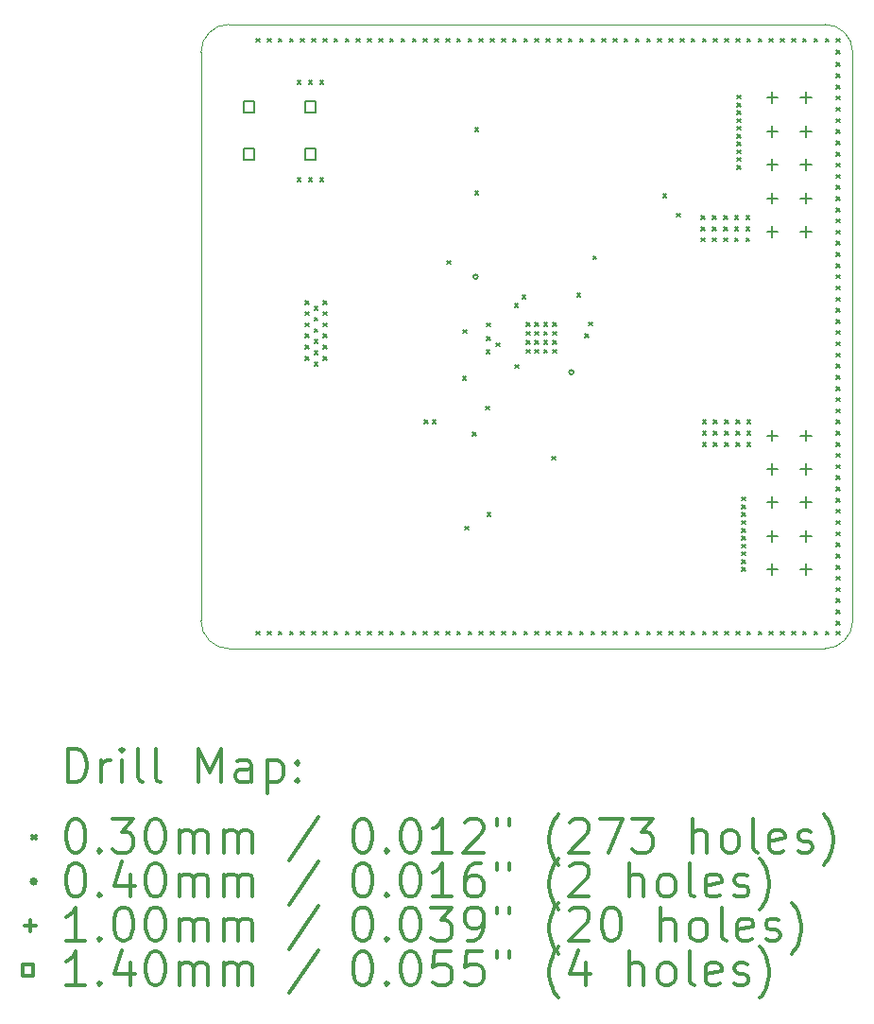
<source format=gbr>
%FSLAX45Y45*%
G04 Gerber Fmt 4.5, Leading zero omitted, Abs format (unit mm)*
G04 Created by KiCad (PCBNEW (5.1.8)-1) date 2021-10-03 21:30:49*
%MOMM*%
%LPD*%
G01*
G04 APERTURE LIST*
%TA.AperFunction,Profile*%
%ADD10C,0.050000*%
%TD*%
%ADD11C,0.200000*%
%ADD12C,0.300000*%
G04 APERTURE END LIST*
D10*
X17070000Y-11270000D02*
G75*
G02*
X16820000Y-11520000I-250000J0D01*
G01*
X16820000Y-5930000D02*
G75*
G02*
X17070000Y-6180000I0J-250000D01*
G01*
X11230000Y-6180000D02*
G75*
G02*
X11480000Y-5930000I250000J0D01*
G01*
X11480000Y-11520000D02*
G75*
G02*
X11230000Y-11270000I0J250000D01*
G01*
X11230000Y-11270000D02*
X11230000Y-6180000D01*
X16820000Y-11520000D02*
X11480000Y-11520000D01*
X17070000Y-6180000D02*
X17070000Y-11270000D01*
X11480000Y-5930000D02*
X16820000Y-5930000D01*
D11*
X11725000Y-6055000D02*
X11755000Y-6085000D01*
X11755000Y-6055000D02*
X11725000Y-6085000D01*
X11725000Y-11365000D02*
X11755000Y-11395000D01*
X11755000Y-11365000D02*
X11725000Y-11395000D01*
X11825000Y-6055000D02*
X11855000Y-6085000D01*
X11855000Y-6055000D02*
X11825000Y-6085000D01*
X11825000Y-11365000D02*
X11855000Y-11395000D01*
X11855000Y-11365000D02*
X11825000Y-11395000D01*
X11925000Y-6055000D02*
X11955000Y-6085000D01*
X11955000Y-6055000D02*
X11925000Y-6085000D01*
X11925000Y-11365000D02*
X11955000Y-11395000D01*
X11955000Y-11365000D02*
X11925000Y-11395000D01*
X12025000Y-6055000D02*
X12055000Y-6085000D01*
X12055000Y-6055000D02*
X12025000Y-6085000D01*
X12025000Y-11365000D02*
X12055000Y-11395000D01*
X12055000Y-11365000D02*
X12025000Y-11395000D01*
X12095000Y-6435000D02*
X12125000Y-6465000D01*
X12125000Y-6435000D02*
X12095000Y-6465000D01*
X12095000Y-7305000D02*
X12125000Y-7335000D01*
X12125000Y-7305000D02*
X12095000Y-7335000D01*
X12125000Y-6055000D02*
X12155000Y-6085000D01*
X12155000Y-6055000D02*
X12125000Y-6085000D01*
X12125000Y-11365000D02*
X12155000Y-11395000D01*
X12155000Y-11365000D02*
X12125000Y-11395000D01*
X12165000Y-8405000D02*
X12195000Y-8435000D01*
X12195000Y-8405000D02*
X12165000Y-8435000D01*
X12165000Y-8505000D02*
X12195000Y-8535000D01*
X12195000Y-8505000D02*
X12165000Y-8535000D01*
X12165000Y-8605000D02*
X12195000Y-8635000D01*
X12195000Y-8605000D02*
X12165000Y-8635000D01*
X12165000Y-8705000D02*
X12195000Y-8735000D01*
X12195000Y-8705000D02*
X12165000Y-8735000D01*
X12165000Y-8805000D02*
X12195000Y-8835000D01*
X12195000Y-8805000D02*
X12165000Y-8835000D01*
X12165000Y-8905000D02*
X12195000Y-8935000D01*
X12195000Y-8905000D02*
X12165000Y-8935000D01*
X12195000Y-6435000D02*
X12225000Y-6465000D01*
X12225000Y-6435000D02*
X12195000Y-6465000D01*
X12195000Y-7305000D02*
X12225000Y-7335000D01*
X12225000Y-7305000D02*
X12195000Y-7335000D01*
X12225000Y-6055000D02*
X12255000Y-6085000D01*
X12255000Y-6055000D02*
X12225000Y-6085000D01*
X12225000Y-11365000D02*
X12255000Y-11395000D01*
X12255000Y-11365000D02*
X12225000Y-11395000D01*
X12245000Y-8455000D02*
X12275000Y-8485000D01*
X12275000Y-8455000D02*
X12245000Y-8485000D01*
X12245000Y-8555000D02*
X12275000Y-8585000D01*
X12275000Y-8555000D02*
X12245000Y-8585000D01*
X12245000Y-8655000D02*
X12275000Y-8685000D01*
X12275000Y-8655000D02*
X12245000Y-8685000D01*
X12245000Y-8755000D02*
X12275000Y-8785000D01*
X12275000Y-8755000D02*
X12245000Y-8785000D01*
X12245000Y-8855000D02*
X12275000Y-8885000D01*
X12275000Y-8855000D02*
X12245000Y-8885000D01*
X12245000Y-8955000D02*
X12275000Y-8985000D01*
X12275000Y-8955000D02*
X12245000Y-8985000D01*
X12295000Y-6435000D02*
X12325000Y-6465000D01*
X12325000Y-6435000D02*
X12295000Y-6465000D01*
X12295000Y-7305000D02*
X12325000Y-7335000D01*
X12325000Y-7305000D02*
X12295000Y-7335000D01*
X12325000Y-6055000D02*
X12355000Y-6085000D01*
X12355000Y-6055000D02*
X12325000Y-6085000D01*
X12325000Y-8405000D02*
X12355000Y-8435000D01*
X12355000Y-8405000D02*
X12325000Y-8435000D01*
X12325000Y-8505000D02*
X12355000Y-8535000D01*
X12355000Y-8505000D02*
X12325000Y-8535000D01*
X12325000Y-8605000D02*
X12355000Y-8635000D01*
X12355000Y-8605000D02*
X12325000Y-8635000D01*
X12325000Y-8705000D02*
X12355000Y-8735000D01*
X12355000Y-8705000D02*
X12325000Y-8735000D01*
X12325000Y-8805000D02*
X12355000Y-8835000D01*
X12355000Y-8805000D02*
X12325000Y-8835000D01*
X12325000Y-8905000D02*
X12355000Y-8935000D01*
X12355000Y-8905000D02*
X12325000Y-8935000D01*
X12325000Y-11365000D02*
X12355000Y-11395000D01*
X12355000Y-11365000D02*
X12325000Y-11395000D01*
X12425000Y-6055000D02*
X12455000Y-6085000D01*
X12455000Y-6055000D02*
X12425000Y-6085000D01*
X12425000Y-11365000D02*
X12455000Y-11395000D01*
X12455000Y-11365000D02*
X12425000Y-11395000D01*
X12525000Y-6055000D02*
X12555000Y-6085000D01*
X12555000Y-6055000D02*
X12525000Y-6085000D01*
X12525000Y-11365000D02*
X12555000Y-11395000D01*
X12555000Y-11365000D02*
X12525000Y-11395000D01*
X12625000Y-6055000D02*
X12655000Y-6085000D01*
X12655000Y-6055000D02*
X12625000Y-6085000D01*
X12625000Y-11365000D02*
X12655000Y-11395000D01*
X12655000Y-11365000D02*
X12625000Y-11395000D01*
X12725000Y-6055000D02*
X12755000Y-6085000D01*
X12755000Y-6055000D02*
X12725000Y-6085000D01*
X12725000Y-11365000D02*
X12755000Y-11395000D01*
X12755000Y-11365000D02*
X12725000Y-11395000D01*
X12825000Y-6055000D02*
X12855000Y-6085000D01*
X12855000Y-6055000D02*
X12825000Y-6085000D01*
X12825000Y-11365000D02*
X12855000Y-11395000D01*
X12855000Y-11365000D02*
X12825000Y-11395000D01*
X12925000Y-6055000D02*
X12955000Y-6085000D01*
X12955000Y-6055000D02*
X12925000Y-6085000D01*
X12925000Y-11365000D02*
X12955000Y-11395000D01*
X12955000Y-11365000D02*
X12925000Y-11395000D01*
X13025000Y-6055000D02*
X13055000Y-6085000D01*
X13055000Y-6055000D02*
X13025000Y-6085000D01*
X13025000Y-11365000D02*
X13055000Y-11395000D01*
X13055000Y-11365000D02*
X13025000Y-11395000D01*
X13125000Y-6055000D02*
X13155000Y-6085000D01*
X13155000Y-6055000D02*
X13125000Y-6085000D01*
X13125000Y-11365000D02*
X13155000Y-11395000D01*
X13155000Y-11365000D02*
X13125000Y-11395000D01*
X13225000Y-6055000D02*
X13255000Y-6085000D01*
X13255000Y-6055000D02*
X13225000Y-6085000D01*
X13225000Y-11365000D02*
X13255000Y-11395000D01*
X13255000Y-11365000D02*
X13225000Y-11395000D01*
X13231666Y-9475000D02*
X13261666Y-9505000D01*
X13261666Y-9475000D02*
X13231666Y-9505000D01*
X13305000Y-9475000D02*
X13335000Y-9505000D01*
X13335000Y-9475000D02*
X13305000Y-9505000D01*
X13325000Y-6055000D02*
X13355000Y-6085000D01*
X13355000Y-6055000D02*
X13325000Y-6085000D01*
X13325000Y-11365000D02*
X13355000Y-11395000D01*
X13355000Y-11365000D02*
X13325000Y-11395000D01*
X13425000Y-6055000D02*
X13455000Y-6085000D01*
X13455000Y-6055000D02*
X13425000Y-6085000D01*
X13425000Y-11365000D02*
X13455000Y-11395000D01*
X13455000Y-11365000D02*
X13425000Y-11395000D01*
X13435000Y-8045000D02*
X13465000Y-8075000D01*
X13465000Y-8045000D02*
X13435000Y-8075000D01*
X13525000Y-6055000D02*
X13555000Y-6085000D01*
X13555000Y-6055000D02*
X13525000Y-6085000D01*
X13525000Y-11365000D02*
X13555000Y-11395000D01*
X13555000Y-11365000D02*
X13525000Y-11395000D01*
X13576002Y-9086001D02*
X13606002Y-9116001D01*
X13606002Y-9086001D02*
X13576002Y-9116001D01*
X13581000Y-8665000D02*
X13611000Y-8695000D01*
X13611000Y-8665000D02*
X13581000Y-8695000D01*
X13595000Y-10425000D02*
X13625000Y-10455000D01*
X13625000Y-10425000D02*
X13595000Y-10455000D01*
X13625000Y-6055000D02*
X13655000Y-6085000D01*
X13655000Y-6055000D02*
X13625000Y-6085000D01*
X13625000Y-11365000D02*
X13655000Y-11395000D01*
X13655000Y-11365000D02*
X13625000Y-11395000D01*
X13664000Y-9584000D02*
X13694000Y-9614000D01*
X13694000Y-9584000D02*
X13664000Y-9614000D01*
X13685000Y-6855000D02*
X13715000Y-6885000D01*
X13715000Y-6855000D02*
X13685000Y-6885000D01*
X13685000Y-7425000D02*
X13715000Y-7455000D01*
X13715000Y-7425000D02*
X13685000Y-7455000D01*
X13725000Y-6055000D02*
X13755000Y-6085000D01*
X13755000Y-6055000D02*
X13725000Y-6085000D01*
X13725000Y-11365000D02*
X13755000Y-11395000D01*
X13755000Y-11365000D02*
X13725000Y-11395000D01*
X13784001Y-9349999D02*
X13814001Y-9379999D01*
X13814001Y-9349999D02*
X13784001Y-9379999D01*
X13788000Y-8845000D02*
X13818000Y-8875000D01*
X13818000Y-8845000D02*
X13788000Y-8875000D01*
X13792000Y-8605000D02*
X13822000Y-8635000D01*
X13822000Y-8605000D02*
X13792000Y-8635000D01*
X13792000Y-8726000D02*
X13822000Y-8756000D01*
X13822000Y-8726000D02*
X13792000Y-8756000D01*
X13795000Y-10305000D02*
X13825000Y-10335000D01*
X13825000Y-10305000D02*
X13795000Y-10335000D01*
X13825000Y-6055000D02*
X13855000Y-6085000D01*
X13855000Y-6055000D02*
X13825000Y-6085000D01*
X13825000Y-11365000D02*
X13855000Y-11395000D01*
X13855000Y-11365000D02*
X13825000Y-11395000D01*
X13874000Y-8784000D02*
X13904000Y-8814000D01*
X13904000Y-8784000D02*
X13874000Y-8814000D01*
X13925000Y-6055000D02*
X13955000Y-6085000D01*
X13955000Y-6055000D02*
X13925000Y-6085000D01*
X13925000Y-11365000D02*
X13955000Y-11395000D01*
X13955000Y-11365000D02*
X13925000Y-11395000D01*
X14025000Y-6055000D02*
X14055000Y-6085000D01*
X14055000Y-6055000D02*
X14025000Y-6085000D01*
X14025000Y-11365000D02*
X14055000Y-11395000D01*
X14055000Y-11365000D02*
X14025000Y-11395000D01*
X14040000Y-8430000D02*
X14070000Y-8460000D01*
X14070000Y-8430000D02*
X14040000Y-8460000D01*
X14045000Y-8978000D02*
X14075000Y-9008000D01*
X14075000Y-8978000D02*
X14045000Y-9008000D01*
X14107000Y-8355000D02*
X14137000Y-8385000D01*
X14137000Y-8355000D02*
X14107000Y-8385000D01*
X14125000Y-6055000D02*
X14155000Y-6085000D01*
X14155000Y-6055000D02*
X14125000Y-6085000D01*
X14125000Y-11365000D02*
X14155000Y-11395000D01*
X14155000Y-11365000D02*
X14125000Y-11395000D01*
X14145000Y-8601000D02*
X14175000Y-8631000D01*
X14175000Y-8601000D02*
X14145000Y-8631000D01*
X14145000Y-8681000D02*
X14175000Y-8711000D01*
X14175000Y-8681000D02*
X14145000Y-8711000D01*
X14145000Y-8761000D02*
X14175000Y-8791000D01*
X14175000Y-8761000D02*
X14145000Y-8791000D01*
X14145000Y-8841000D02*
X14175000Y-8871000D01*
X14175000Y-8841000D02*
X14145000Y-8871000D01*
X14225000Y-6055000D02*
X14255000Y-6085000D01*
X14255000Y-6055000D02*
X14225000Y-6085000D01*
X14225000Y-8601000D02*
X14255000Y-8631000D01*
X14255000Y-8601000D02*
X14225000Y-8631000D01*
X14225000Y-8681000D02*
X14255000Y-8711000D01*
X14255000Y-8681000D02*
X14225000Y-8711000D01*
X14225000Y-8761000D02*
X14255000Y-8791000D01*
X14255000Y-8761000D02*
X14225000Y-8791000D01*
X14225000Y-8841000D02*
X14255000Y-8871000D01*
X14255000Y-8841000D02*
X14225000Y-8871000D01*
X14225000Y-11365000D02*
X14255000Y-11395000D01*
X14255000Y-11365000D02*
X14225000Y-11395000D01*
X14305000Y-8601000D02*
X14335000Y-8631000D01*
X14335000Y-8601000D02*
X14305000Y-8631000D01*
X14305000Y-8681000D02*
X14335000Y-8711000D01*
X14335000Y-8681000D02*
X14305000Y-8711000D01*
X14305000Y-8761000D02*
X14335000Y-8791000D01*
X14335000Y-8761000D02*
X14305000Y-8791000D01*
X14305000Y-8841000D02*
X14335000Y-8871000D01*
X14335000Y-8841000D02*
X14305000Y-8871000D01*
X14325000Y-6055000D02*
X14355000Y-6085000D01*
X14355000Y-6055000D02*
X14325000Y-6085000D01*
X14325000Y-11365000D02*
X14355000Y-11395000D01*
X14355000Y-11365000D02*
X14325000Y-11395000D01*
X14374000Y-9799000D02*
X14404000Y-9829000D01*
X14404000Y-9799000D02*
X14374000Y-9829000D01*
X14385000Y-8601000D02*
X14415000Y-8631000D01*
X14415000Y-8601000D02*
X14385000Y-8631000D01*
X14385000Y-8681000D02*
X14415000Y-8711000D01*
X14415000Y-8681000D02*
X14385000Y-8711000D01*
X14385000Y-8761000D02*
X14415000Y-8791000D01*
X14415000Y-8761000D02*
X14385000Y-8791000D01*
X14385000Y-8841000D02*
X14415000Y-8871000D01*
X14415000Y-8841000D02*
X14385000Y-8871000D01*
X14425000Y-6055000D02*
X14455000Y-6085000D01*
X14455000Y-6055000D02*
X14425000Y-6085000D01*
X14425000Y-11365000D02*
X14455000Y-11395000D01*
X14455000Y-11365000D02*
X14425000Y-11395000D01*
X14525000Y-6055000D02*
X14555000Y-6085000D01*
X14555000Y-6055000D02*
X14525000Y-6085000D01*
X14525000Y-11365000D02*
X14555000Y-11395000D01*
X14555000Y-11365000D02*
X14525000Y-11395000D01*
X14600000Y-8340000D02*
X14630000Y-8370000D01*
X14630000Y-8340000D02*
X14600000Y-8370000D01*
X14625000Y-6055000D02*
X14655000Y-6085000D01*
X14655000Y-6055000D02*
X14625000Y-6085000D01*
X14625000Y-11365000D02*
X14655000Y-11395000D01*
X14655000Y-11365000D02*
X14625000Y-11395000D01*
X14669998Y-8704999D02*
X14699998Y-8734999D01*
X14699998Y-8704999D02*
X14669998Y-8734999D01*
X14705000Y-8595000D02*
X14735000Y-8625000D01*
X14735000Y-8595000D02*
X14705000Y-8625000D01*
X14725000Y-6055000D02*
X14755000Y-6085000D01*
X14755000Y-6055000D02*
X14725000Y-6085000D01*
X14725000Y-11365000D02*
X14755000Y-11395000D01*
X14755000Y-11365000D02*
X14725000Y-11395000D01*
X14745000Y-8005000D02*
X14775000Y-8035000D01*
X14775000Y-8005000D02*
X14745000Y-8035000D01*
X14825000Y-6055000D02*
X14855000Y-6085000D01*
X14855000Y-6055000D02*
X14825000Y-6085000D01*
X14825000Y-11365000D02*
X14855000Y-11395000D01*
X14855000Y-11365000D02*
X14825000Y-11395000D01*
X14925000Y-6055000D02*
X14955000Y-6085000D01*
X14955000Y-6055000D02*
X14925000Y-6085000D01*
X14925000Y-11365000D02*
X14955000Y-11395000D01*
X14955000Y-11365000D02*
X14925000Y-11395000D01*
X15025000Y-6055000D02*
X15055000Y-6085000D01*
X15055000Y-6055000D02*
X15025000Y-6085000D01*
X15025000Y-11365000D02*
X15055000Y-11395000D01*
X15055000Y-11365000D02*
X15025000Y-11395000D01*
X15125000Y-6055000D02*
X15155000Y-6085000D01*
X15155000Y-6055000D02*
X15125000Y-6085000D01*
X15125000Y-11365000D02*
X15155000Y-11395000D01*
X15155000Y-11365000D02*
X15125000Y-11395000D01*
X15225000Y-6055000D02*
X15255000Y-6085000D01*
X15255000Y-6055000D02*
X15225000Y-6085000D01*
X15225000Y-11365000D02*
X15255000Y-11395000D01*
X15255000Y-11365000D02*
X15225000Y-11395000D01*
X15325000Y-6055000D02*
X15355000Y-6085000D01*
X15355000Y-6055000D02*
X15325000Y-6085000D01*
X15325000Y-11365000D02*
X15355000Y-11395000D01*
X15355000Y-11365000D02*
X15325000Y-11395000D01*
X15370000Y-7448000D02*
X15400000Y-7478000D01*
X15400000Y-7448000D02*
X15370000Y-7478000D01*
X15425000Y-6055000D02*
X15455000Y-6085000D01*
X15455000Y-6055000D02*
X15425000Y-6085000D01*
X15425000Y-11365000D02*
X15455000Y-11395000D01*
X15455000Y-11365000D02*
X15425000Y-11395000D01*
X15495000Y-7625000D02*
X15525000Y-7655000D01*
X15525000Y-7625000D02*
X15495000Y-7655000D01*
X15525000Y-6055000D02*
X15555000Y-6085000D01*
X15555000Y-6055000D02*
X15525000Y-6085000D01*
X15525000Y-11365000D02*
X15555000Y-11395000D01*
X15555000Y-11365000D02*
X15525000Y-11395000D01*
X15625000Y-6055000D02*
X15655000Y-6085000D01*
X15655000Y-6055000D02*
X15625000Y-6085000D01*
X15625000Y-11365000D02*
X15655000Y-11395000D01*
X15655000Y-11365000D02*
X15625000Y-11395000D01*
X15715000Y-7645000D02*
X15745000Y-7675000D01*
X15745000Y-7645000D02*
X15715000Y-7675000D01*
X15715000Y-7745000D02*
X15745000Y-7775000D01*
X15745000Y-7745000D02*
X15715000Y-7775000D01*
X15715000Y-7845000D02*
X15745000Y-7875000D01*
X15745000Y-7845000D02*
X15715000Y-7875000D01*
X15725000Y-6055000D02*
X15755000Y-6085000D01*
X15755000Y-6055000D02*
X15725000Y-6085000D01*
X15725000Y-9475000D02*
X15755000Y-9505000D01*
X15755000Y-9475000D02*
X15725000Y-9505000D01*
X15725000Y-9575000D02*
X15755000Y-9605000D01*
X15755000Y-9575000D02*
X15725000Y-9605000D01*
X15725000Y-9675000D02*
X15755000Y-9705000D01*
X15755000Y-9675000D02*
X15725000Y-9705000D01*
X15725000Y-11365000D02*
X15755000Y-11395000D01*
X15755000Y-11365000D02*
X15725000Y-11395000D01*
X15815000Y-7645000D02*
X15845000Y-7675000D01*
X15845000Y-7645000D02*
X15815000Y-7675000D01*
X15815000Y-7745000D02*
X15845000Y-7775000D01*
X15845000Y-7745000D02*
X15815000Y-7775000D01*
X15815000Y-7845000D02*
X15845000Y-7875000D01*
X15845000Y-7845000D02*
X15815000Y-7875000D01*
X15825000Y-6055000D02*
X15855000Y-6085000D01*
X15855000Y-6055000D02*
X15825000Y-6085000D01*
X15825000Y-9475000D02*
X15855000Y-9505000D01*
X15855000Y-9475000D02*
X15825000Y-9505000D01*
X15825000Y-9575000D02*
X15855000Y-9605000D01*
X15855000Y-9575000D02*
X15825000Y-9605000D01*
X15825000Y-9675000D02*
X15855000Y-9705000D01*
X15855000Y-9675000D02*
X15825000Y-9705000D01*
X15825000Y-11365000D02*
X15855000Y-11395000D01*
X15855000Y-11365000D02*
X15825000Y-11395000D01*
X15915000Y-7645000D02*
X15945000Y-7675000D01*
X15945000Y-7645000D02*
X15915000Y-7675000D01*
X15915000Y-7745000D02*
X15945000Y-7775000D01*
X15945000Y-7745000D02*
X15915000Y-7775000D01*
X15915000Y-7845000D02*
X15945000Y-7875000D01*
X15945000Y-7845000D02*
X15915000Y-7875000D01*
X15925000Y-6055000D02*
X15955000Y-6085000D01*
X15955000Y-6055000D02*
X15925000Y-6085000D01*
X15925000Y-9475000D02*
X15955000Y-9505000D01*
X15955000Y-9475000D02*
X15925000Y-9505000D01*
X15925000Y-9575000D02*
X15955000Y-9605000D01*
X15955000Y-9575000D02*
X15925000Y-9605000D01*
X15925000Y-9675000D02*
X15955000Y-9705000D01*
X15955000Y-9675000D02*
X15925000Y-9705000D01*
X15925000Y-11365000D02*
X15955000Y-11395000D01*
X15955000Y-11365000D02*
X15925000Y-11395000D01*
X16015000Y-7645000D02*
X16045000Y-7675000D01*
X16045000Y-7645000D02*
X16015000Y-7675000D01*
X16015000Y-7745000D02*
X16045000Y-7775000D01*
X16045000Y-7745000D02*
X16015000Y-7775000D01*
X16015000Y-7845000D02*
X16045000Y-7875000D01*
X16045000Y-7845000D02*
X16015000Y-7875000D01*
X16025000Y-6055000D02*
X16055000Y-6085000D01*
X16055000Y-6055000D02*
X16025000Y-6085000D01*
X16025000Y-9475000D02*
X16055000Y-9505000D01*
X16055000Y-9475000D02*
X16025000Y-9505000D01*
X16025000Y-9575000D02*
X16055000Y-9605000D01*
X16055000Y-9575000D02*
X16025000Y-9605000D01*
X16025000Y-9675000D02*
X16055000Y-9705000D01*
X16055000Y-9675000D02*
X16025000Y-9705000D01*
X16025000Y-11365000D02*
X16055000Y-11395000D01*
X16055000Y-11365000D02*
X16025000Y-11395000D01*
X16035000Y-6565000D02*
X16065000Y-6595000D01*
X16065000Y-6565000D02*
X16035000Y-6595000D01*
X16035000Y-6635000D02*
X16065000Y-6665000D01*
X16065000Y-6635000D02*
X16035000Y-6665000D01*
X16035000Y-6705000D02*
X16065000Y-6735000D01*
X16065000Y-6705000D02*
X16035000Y-6735000D01*
X16035000Y-6775000D02*
X16065000Y-6805000D01*
X16065000Y-6775000D02*
X16035000Y-6805000D01*
X16035000Y-6845000D02*
X16065000Y-6875000D01*
X16065000Y-6845000D02*
X16035000Y-6875000D01*
X16035000Y-6915000D02*
X16065000Y-6945000D01*
X16065000Y-6915000D02*
X16035000Y-6945000D01*
X16035000Y-6985000D02*
X16065000Y-7015000D01*
X16065000Y-6985000D02*
X16035000Y-7015000D01*
X16035000Y-7055000D02*
X16065000Y-7085000D01*
X16065000Y-7055000D02*
X16035000Y-7085000D01*
X16035000Y-7125000D02*
X16065000Y-7155000D01*
X16065000Y-7125000D02*
X16035000Y-7155000D01*
X16035000Y-7195000D02*
X16065000Y-7225000D01*
X16065000Y-7195000D02*
X16035000Y-7225000D01*
X16075000Y-10165000D02*
X16105000Y-10195000D01*
X16105000Y-10165000D02*
X16075000Y-10195000D01*
X16075000Y-10235000D02*
X16105000Y-10265000D01*
X16105000Y-10235000D02*
X16075000Y-10265000D01*
X16075000Y-10305000D02*
X16105000Y-10335000D01*
X16105000Y-10305000D02*
X16075000Y-10335000D01*
X16075000Y-10375000D02*
X16105000Y-10405000D01*
X16105000Y-10375000D02*
X16075000Y-10405000D01*
X16075000Y-10445000D02*
X16105000Y-10475000D01*
X16105000Y-10445000D02*
X16075000Y-10475000D01*
X16075000Y-10515000D02*
X16105000Y-10545000D01*
X16105000Y-10515000D02*
X16075000Y-10545000D01*
X16075000Y-10585000D02*
X16105000Y-10615000D01*
X16105000Y-10585000D02*
X16075000Y-10615000D01*
X16075000Y-10655000D02*
X16105000Y-10685000D01*
X16105000Y-10655000D02*
X16075000Y-10685000D01*
X16075000Y-10725000D02*
X16105000Y-10755000D01*
X16105000Y-10725000D02*
X16075000Y-10755000D01*
X16075000Y-10795000D02*
X16105000Y-10825000D01*
X16105000Y-10795000D02*
X16075000Y-10825000D01*
X16115000Y-7645000D02*
X16145000Y-7675000D01*
X16145000Y-7645000D02*
X16115000Y-7675000D01*
X16115000Y-7745000D02*
X16145000Y-7775000D01*
X16145000Y-7745000D02*
X16115000Y-7775000D01*
X16115000Y-7845000D02*
X16145000Y-7875000D01*
X16145000Y-7845000D02*
X16115000Y-7875000D01*
X16125000Y-6055000D02*
X16155000Y-6085000D01*
X16155000Y-6055000D02*
X16125000Y-6085000D01*
X16125000Y-9475000D02*
X16155000Y-9505000D01*
X16155000Y-9475000D02*
X16125000Y-9505000D01*
X16125000Y-9575000D02*
X16155000Y-9605000D01*
X16155000Y-9575000D02*
X16125000Y-9605000D01*
X16125000Y-9675000D02*
X16155000Y-9705000D01*
X16155000Y-9675000D02*
X16125000Y-9705000D01*
X16125000Y-11365000D02*
X16155000Y-11395000D01*
X16155000Y-11365000D02*
X16125000Y-11395000D01*
X16225000Y-6055000D02*
X16255000Y-6085000D01*
X16255000Y-6055000D02*
X16225000Y-6085000D01*
X16225000Y-11365000D02*
X16255000Y-11395000D01*
X16255000Y-11365000D02*
X16225000Y-11395000D01*
X16325000Y-6055000D02*
X16355000Y-6085000D01*
X16355000Y-6055000D02*
X16325000Y-6085000D01*
X16325000Y-11365000D02*
X16355000Y-11395000D01*
X16355000Y-11365000D02*
X16325000Y-11395000D01*
X16425000Y-6055000D02*
X16455000Y-6085000D01*
X16455000Y-6055000D02*
X16425000Y-6085000D01*
X16425000Y-11365000D02*
X16455000Y-11395000D01*
X16455000Y-11365000D02*
X16425000Y-11395000D01*
X16525000Y-6055000D02*
X16555000Y-6085000D01*
X16555000Y-6055000D02*
X16525000Y-6085000D01*
X16525000Y-11365000D02*
X16555000Y-11395000D01*
X16555000Y-11365000D02*
X16525000Y-11395000D01*
X16625000Y-6055000D02*
X16655000Y-6085000D01*
X16655000Y-6055000D02*
X16625000Y-6085000D01*
X16625000Y-11365000D02*
X16655000Y-11395000D01*
X16655000Y-11365000D02*
X16625000Y-11395000D01*
X16725000Y-6055000D02*
X16755000Y-6085000D01*
X16755000Y-6055000D02*
X16725000Y-6085000D01*
X16725000Y-11365000D02*
X16755000Y-11395000D01*
X16755000Y-11365000D02*
X16725000Y-11395000D01*
X16825000Y-6055000D02*
X16855000Y-6085000D01*
X16855000Y-6055000D02*
X16825000Y-6085000D01*
X16825000Y-11365000D02*
X16855000Y-11395000D01*
X16855000Y-11365000D02*
X16825000Y-11395000D01*
X16925000Y-6055000D02*
X16955000Y-6085000D01*
X16955000Y-6055000D02*
X16925000Y-6085000D01*
X16925000Y-6165000D02*
X16955000Y-6195000D01*
X16955000Y-6165000D02*
X16925000Y-6195000D01*
X16925000Y-6375000D02*
X16955000Y-6405000D01*
X16955000Y-6375000D02*
X16925000Y-6405000D01*
X16925000Y-6475000D02*
X16955000Y-6505000D01*
X16955000Y-6475000D02*
X16925000Y-6505000D01*
X16925000Y-6575000D02*
X16955000Y-6605000D01*
X16955000Y-6575000D02*
X16925000Y-6605000D01*
X16925000Y-6775000D02*
X16955000Y-6805000D01*
X16955000Y-6775000D02*
X16925000Y-6805000D01*
X16925000Y-6875000D02*
X16955000Y-6905000D01*
X16955000Y-6875000D02*
X16925000Y-6905000D01*
X16925000Y-6975000D02*
X16955000Y-7005000D01*
X16955000Y-6975000D02*
X16925000Y-7005000D01*
X16925000Y-7275000D02*
X16955000Y-7305000D01*
X16955000Y-7275000D02*
X16925000Y-7305000D01*
X16925000Y-7375000D02*
X16955000Y-7405000D01*
X16955000Y-7375000D02*
X16925000Y-7405000D01*
X16925000Y-7475000D02*
X16955000Y-7505000D01*
X16955000Y-7475000D02*
X16925000Y-7505000D01*
X16925000Y-7675000D02*
X16955000Y-7705000D01*
X16955000Y-7675000D02*
X16925000Y-7705000D01*
X16925000Y-7775000D02*
X16955000Y-7805000D01*
X16955000Y-7775000D02*
X16925000Y-7805000D01*
X16925000Y-7875000D02*
X16955000Y-7905000D01*
X16955000Y-7875000D02*
X16925000Y-7905000D01*
X16925000Y-7975000D02*
X16955000Y-8005000D01*
X16955000Y-7975000D02*
X16925000Y-8005000D01*
X16925000Y-8175000D02*
X16955000Y-8205000D01*
X16955000Y-8175000D02*
X16925000Y-8205000D01*
X16925000Y-8275000D02*
X16955000Y-8305000D01*
X16955000Y-8275000D02*
X16925000Y-8305000D01*
X16925000Y-8375000D02*
X16955000Y-8405000D01*
X16955000Y-8375000D02*
X16925000Y-8405000D01*
X16925000Y-8575000D02*
X16955000Y-8605000D01*
X16955000Y-8575000D02*
X16925000Y-8605000D01*
X16925000Y-8675000D02*
X16955000Y-8705000D01*
X16955000Y-8675000D02*
X16925000Y-8705000D01*
X16925000Y-8775000D02*
X16955000Y-8805000D01*
X16955000Y-8775000D02*
X16925000Y-8805000D01*
X16925000Y-8875000D02*
X16955000Y-8905000D01*
X16955000Y-8875000D02*
X16925000Y-8905000D01*
X16925000Y-9075000D02*
X16955000Y-9105000D01*
X16955000Y-9075000D02*
X16925000Y-9105000D01*
X16925000Y-9175000D02*
X16955000Y-9205000D01*
X16955000Y-9175000D02*
X16925000Y-9205000D01*
X16925000Y-9275000D02*
X16955000Y-9305000D01*
X16955000Y-9275000D02*
X16925000Y-9305000D01*
X16925000Y-9575000D02*
X16955000Y-9605000D01*
X16955000Y-9575000D02*
X16925000Y-9605000D01*
X16925000Y-9675000D02*
X16955000Y-9705000D01*
X16955000Y-9675000D02*
X16925000Y-9705000D01*
X16925000Y-9775000D02*
X16955000Y-9805000D01*
X16955000Y-9775000D02*
X16925000Y-9805000D01*
X16925000Y-9975000D02*
X16955000Y-10005000D01*
X16955000Y-9975000D02*
X16925000Y-10005000D01*
X16925000Y-10075000D02*
X16955000Y-10105000D01*
X16955000Y-10075000D02*
X16925000Y-10105000D01*
X16925000Y-10175000D02*
X16955000Y-10205000D01*
X16955000Y-10175000D02*
X16925000Y-10205000D01*
X16925000Y-10475000D02*
X16955000Y-10505000D01*
X16955000Y-10475000D02*
X16925000Y-10505000D01*
X16925000Y-10575000D02*
X16955000Y-10605000D01*
X16955000Y-10575000D02*
X16925000Y-10605000D01*
X16925000Y-10675000D02*
X16955000Y-10705000D01*
X16955000Y-10675000D02*
X16925000Y-10705000D01*
X16925000Y-10875000D02*
X16955000Y-10905000D01*
X16955000Y-10875000D02*
X16925000Y-10905000D01*
X16925000Y-10975000D02*
X16955000Y-11005000D01*
X16955000Y-10975000D02*
X16925000Y-11005000D01*
X16925000Y-11075000D02*
X16955000Y-11105000D01*
X16955000Y-11075000D02*
X16925000Y-11105000D01*
X16925000Y-11175000D02*
X16955000Y-11205000D01*
X16955000Y-11175000D02*
X16925000Y-11205000D01*
X16925000Y-11365000D02*
X16955000Y-11395000D01*
X16955000Y-11365000D02*
X16925000Y-11395000D01*
X16925000Y-6275000D02*
X16955000Y-6305000D01*
X16955000Y-6275000D02*
X16925000Y-6305000D01*
X16925000Y-6675000D02*
X16955000Y-6705000D01*
X16955000Y-6675000D02*
X16925000Y-6705000D01*
X16925000Y-7075000D02*
X16955000Y-7105000D01*
X16955000Y-7075000D02*
X16925000Y-7105000D01*
X16925000Y-7175000D02*
X16955000Y-7205000D01*
X16955000Y-7175000D02*
X16925000Y-7205000D01*
X16925000Y-7575000D02*
X16955000Y-7605000D01*
X16955000Y-7575000D02*
X16925000Y-7605000D01*
X16925000Y-8075000D02*
X16955000Y-8105000D01*
X16955000Y-8075000D02*
X16925000Y-8105000D01*
X16925000Y-8475000D02*
X16955000Y-8505000D01*
X16955000Y-8475000D02*
X16925000Y-8505000D01*
X16925000Y-8975000D02*
X16955000Y-9005000D01*
X16955000Y-8975000D02*
X16925000Y-9005000D01*
X16925000Y-9375000D02*
X16955000Y-9405000D01*
X16955000Y-9375000D02*
X16925000Y-9405000D01*
X16925000Y-9475000D02*
X16955000Y-9505000D01*
X16955000Y-9475000D02*
X16925000Y-9505000D01*
X16925000Y-9875000D02*
X16955000Y-9905000D01*
X16955000Y-9875000D02*
X16925000Y-9905000D01*
X16925000Y-10275000D02*
X16955000Y-10305000D01*
X16955000Y-10275000D02*
X16925000Y-10305000D01*
X16925000Y-10375000D02*
X16955000Y-10405000D01*
X16955000Y-10375000D02*
X16925000Y-10405000D01*
X16925000Y-10775000D02*
X16955000Y-10805000D01*
X16955000Y-10775000D02*
X16925000Y-10805000D01*
X16925000Y-11275000D02*
X16955000Y-11305000D01*
X16955000Y-11275000D02*
X16925000Y-11305000D01*
X13710000Y-8190000D02*
G75*
G03*
X13710000Y-8190000I-20000J0D01*
G01*
X14569000Y-9046000D02*
G75*
G03*
X14569000Y-9046000I-20000J0D01*
G01*
X16350000Y-9561000D02*
X16350000Y-9661000D01*
X16300000Y-9611000D02*
X16400000Y-9611000D01*
X16350000Y-9861000D02*
X16350000Y-9961000D01*
X16300000Y-9911000D02*
X16400000Y-9911000D01*
X16350000Y-10161000D02*
X16350000Y-10261000D01*
X16300000Y-10211000D02*
X16400000Y-10211000D01*
X16350000Y-10461000D02*
X16350000Y-10561000D01*
X16300000Y-10511000D02*
X16400000Y-10511000D01*
X16350000Y-10761000D02*
X16350000Y-10861000D01*
X16300000Y-10811000D02*
X16400000Y-10811000D01*
X16650000Y-9561000D02*
X16650000Y-9661000D01*
X16600000Y-9611000D02*
X16700000Y-9611000D01*
X16650000Y-9861000D02*
X16650000Y-9961000D01*
X16600000Y-9911000D02*
X16700000Y-9911000D01*
X16650000Y-10161000D02*
X16650000Y-10261000D01*
X16600000Y-10211000D02*
X16700000Y-10211000D01*
X16650000Y-10461000D02*
X16650000Y-10561000D01*
X16600000Y-10511000D02*
X16700000Y-10511000D01*
X16650000Y-10761000D02*
X16650000Y-10861000D01*
X16600000Y-10811000D02*
X16700000Y-10811000D01*
X16350000Y-6536000D02*
X16350000Y-6636000D01*
X16300000Y-6586000D02*
X16400000Y-6586000D01*
X16350000Y-6836000D02*
X16350000Y-6936000D01*
X16300000Y-6886000D02*
X16400000Y-6886000D01*
X16350000Y-7136000D02*
X16350000Y-7236000D01*
X16300000Y-7186000D02*
X16400000Y-7186000D01*
X16350000Y-7436000D02*
X16350000Y-7536000D01*
X16300000Y-7486000D02*
X16400000Y-7486000D01*
X16350000Y-7736000D02*
X16350000Y-7836000D01*
X16300000Y-7786000D02*
X16400000Y-7786000D01*
X16650000Y-6536000D02*
X16650000Y-6636000D01*
X16600000Y-6586000D02*
X16700000Y-6586000D01*
X16650000Y-6836000D02*
X16650000Y-6936000D01*
X16600000Y-6886000D02*
X16700000Y-6886000D01*
X16650000Y-7136000D02*
X16650000Y-7236000D01*
X16600000Y-7186000D02*
X16700000Y-7186000D01*
X16650000Y-7436000D02*
X16650000Y-7536000D01*
X16600000Y-7486000D02*
X16700000Y-7486000D01*
X16650000Y-7736000D02*
X16650000Y-7836000D01*
X16600000Y-7786000D02*
X16700000Y-7786000D01*
X11709498Y-6719498D02*
X11709498Y-6620502D01*
X11610502Y-6620502D01*
X11610502Y-6719498D01*
X11709498Y-6719498D01*
X11709498Y-7139498D02*
X11709498Y-7040502D01*
X11610502Y-7040502D01*
X11610502Y-7139498D01*
X11709498Y-7139498D01*
X12259498Y-6719498D02*
X12259498Y-6620502D01*
X12160502Y-6620502D01*
X12160502Y-6719498D01*
X12259498Y-6719498D01*
X12259498Y-7139498D02*
X12259498Y-7040502D01*
X12160502Y-7040502D01*
X12160502Y-7139498D01*
X12259498Y-7139498D01*
D12*
X10036429Y-12715714D02*
X10036429Y-12415714D01*
X10107857Y-12415714D01*
X10150714Y-12430000D01*
X10179286Y-12458571D01*
X10193571Y-12487143D01*
X10207857Y-12544286D01*
X10207857Y-12587143D01*
X10193571Y-12644286D01*
X10179286Y-12672857D01*
X10150714Y-12701428D01*
X10107857Y-12715714D01*
X10036429Y-12715714D01*
X10336429Y-12715714D02*
X10336429Y-12515714D01*
X10336429Y-12572857D02*
X10350714Y-12544286D01*
X10365000Y-12530000D01*
X10393571Y-12515714D01*
X10422143Y-12515714D01*
X10522143Y-12715714D02*
X10522143Y-12515714D01*
X10522143Y-12415714D02*
X10507857Y-12430000D01*
X10522143Y-12444286D01*
X10536429Y-12430000D01*
X10522143Y-12415714D01*
X10522143Y-12444286D01*
X10707857Y-12715714D02*
X10679286Y-12701428D01*
X10665000Y-12672857D01*
X10665000Y-12415714D01*
X10865000Y-12715714D02*
X10836429Y-12701428D01*
X10822143Y-12672857D01*
X10822143Y-12415714D01*
X11207857Y-12715714D02*
X11207857Y-12415714D01*
X11307857Y-12630000D01*
X11407857Y-12415714D01*
X11407857Y-12715714D01*
X11679286Y-12715714D02*
X11679286Y-12558571D01*
X11665000Y-12530000D01*
X11636428Y-12515714D01*
X11579286Y-12515714D01*
X11550714Y-12530000D01*
X11679286Y-12701428D02*
X11650714Y-12715714D01*
X11579286Y-12715714D01*
X11550714Y-12701428D01*
X11536428Y-12672857D01*
X11536428Y-12644286D01*
X11550714Y-12615714D01*
X11579286Y-12601428D01*
X11650714Y-12601428D01*
X11679286Y-12587143D01*
X11822143Y-12515714D02*
X11822143Y-12815714D01*
X11822143Y-12530000D02*
X11850714Y-12515714D01*
X11907857Y-12515714D01*
X11936428Y-12530000D01*
X11950714Y-12544286D01*
X11965000Y-12572857D01*
X11965000Y-12658571D01*
X11950714Y-12687143D01*
X11936428Y-12701428D01*
X11907857Y-12715714D01*
X11850714Y-12715714D01*
X11822143Y-12701428D01*
X12093571Y-12687143D02*
X12107857Y-12701428D01*
X12093571Y-12715714D01*
X12079286Y-12701428D01*
X12093571Y-12687143D01*
X12093571Y-12715714D01*
X12093571Y-12530000D02*
X12107857Y-12544286D01*
X12093571Y-12558571D01*
X12079286Y-12544286D01*
X12093571Y-12530000D01*
X12093571Y-12558571D01*
X9720000Y-13195000D02*
X9750000Y-13225000D01*
X9750000Y-13195000D02*
X9720000Y-13225000D01*
X10093571Y-13045714D02*
X10122143Y-13045714D01*
X10150714Y-13060000D01*
X10165000Y-13074286D01*
X10179286Y-13102857D01*
X10193571Y-13160000D01*
X10193571Y-13231428D01*
X10179286Y-13288571D01*
X10165000Y-13317143D01*
X10150714Y-13331428D01*
X10122143Y-13345714D01*
X10093571Y-13345714D01*
X10065000Y-13331428D01*
X10050714Y-13317143D01*
X10036429Y-13288571D01*
X10022143Y-13231428D01*
X10022143Y-13160000D01*
X10036429Y-13102857D01*
X10050714Y-13074286D01*
X10065000Y-13060000D01*
X10093571Y-13045714D01*
X10322143Y-13317143D02*
X10336429Y-13331428D01*
X10322143Y-13345714D01*
X10307857Y-13331428D01*
X10322143Y-13317143D01*
X10322143Y-13345714D01*
X10436429Y-13045714D02*
X10622143Y-13045714D01*
X10522143Y-13160000D01*
X10565000Y-13160000D01*
X10593571Y-13174286D01*
X10607857Y-13188571D01*
X10622143Y-13217143D01*
X10622143Y-13288571D01*
X10607857Y-13317143D01*
X10593571Y-13331428D01*
X10565000Y-13345714D01*
X10479286Y-13345714D01*
X10450714Y-13331428D01*
X10436429Y-13317143D01*
X10807857Y-13045714D02*
X10836429Y-13045714D01*
X10865000Y-13060000D01*
X10879286Y-13074286D01*
X10893571Y-13102857D01*
X10907857Y-13160000D01*
X10907857Y-13231428D01*
X10893571Y-13288571D01*
X10879286Y-13317143D01*
X10865000Y-13331428D01*
X10836429Y-13345714D01*
X10807857Y-13345714D01*
X10779286Y-13331428D01*
X10765000Y-13317143D01*
X10750714Y-13288571D01*
X10736429Y-13231428D01*
X10736429Y-13160000D01*
X10750714Y-13102857D01*
X10765000Y-13074286D01*
X10779286Y-13060000D01*
X10807857Y-13045714D01*
X11036429Y-13345714D02*
X11036429Y-13145714D01*
X11036429Y-13174286D02*
X11050714Y-13160000D01*
X11079286Y-13145714D01*
X11122143Y-13145714D01*
X11150714Y-13160000D01*
X11165000Y-13188571D01*
X11165000Y-13345714D01*
X11165000Y-13188571D02*
X11179286Y-13160000D01*
X11207857Y-13145714D01*
X11250714Y-13145714D01*
X11279286Y-13160000D01*
X11293571Y-13188571D01*
X11293571Y-13345714D01*
X11436428Y-13345714D02*
X11436428Y-13145714D01*
X11436428Y-13174286D02*
X11450714Y-13160000D01*
X11479286Y-13145714D01*
X11522143Y-13145714D01*
X11550714Y-13160000D01*
X11565000Y-13188571D01*
X11565000Y-13345714D01*
X11565000Y-13188571D02*
X11579286Y-13160000D01*
X11607857Y-13145714D01*
X11650714Y-13145714D01*
X11679286Y-13160000D01*
X11693571Y-13188571D01*
X11693571Y-13345714D01*
X12279286Y-13031428D02*
X12022143Y-13417143D01*
X12665000Y-13045714D02*
X12693571Y-13045714D01*
X12722143Y-13060000D01*
X12736428Y-13074286D01*
X12750714Y-13102857D01*
X12765000Y-13160000D01*
X12765000Y-13231428D01*
X12750714Y-13288571D01*
X12736428Y-13317143D01*
X12722143Y-13331428D01*
X12693571Y-13345714D01*
X12665000Y-13345714D01*
X12636428Y-13331428D01*
X12622143Y-13317143D01*
X12607857Y-13288571D01*
X12593571Y-13231428D01*
X12593571Y-13160000D01*
X12607857Y-13102857D01*
X12622143Y-13074286D01*
X12636428Y-13060000D01*
X12665000Y-13045714D01*
X12893571Y-13317143D02*
X12907857Y-13331428D01*
X12893571Y-13345714D01*
X12879286Y-13331428D01*
X12893571Y-13317143D01*
X12893571Y-13345714D01*
X13093571Y-13045714D02*
X13122143Y-13045714D01*
X13150714Y-13060000D01*
X13165000Y-13074286D01*
X13179286Y-13102857D01*
X13193571Y-13160000D01*
X13193571Y-13231428D01*
X13179286Y-13288571D01*
X13165000Y-13317143D01*
X13150714Y-13331428D01*
X13122143Y-13345714D01*
X13093571Y-13345714D01*
X13065000Y-13331428D01*
X13050714Y-13317143D01*
X13036428Y-13288571D01*
X13022143Y-13231428D01*
X13022143Y-13160000D01*
X13036428Y-13102857D01*
X13050714Y-13074286D01*
X13065000Y-13060000D01*
X13093571Y-13045714D01*
X13479286Y-13345714D02*
X13307857Y-13345714D01*
X13393571Y-13345714D02*
X13393571Y-13045714D01*
X13365000Y-13088571D01*
X13336428Y-13117143D01*
X13307857Y-13131428D01*
X13593571Y-13074286D02*
X13607857Y-13060000D01*
X13636428Y-13045714D01*
X13707857Y-13045714D01*
X13736428Y-13060000D01*
X13750714Y-13074286D01*
X13765000Y-13102857D01*
X13765000Y-13131428D01*
X13750714Y-13174286D01*
X13579286Y-13345714D01*
X13765000Y-13345714D01*
X13879286Y-13045714D02*
X13879286Y-13102857D01*
X13993571Y-13045714D02*
X13993571Y-13102857D01*
X14436428Y-13460000D02*
X14422143Y-13445714D01*
X14393571Y-13402857D01*
X14379286Y-13374286D01*
X14365000Y-13331428D01*
X14350714Y-13260000D01*
X14350714Y-13202857D01*
X14365000Y-13131428D01*
X14379286Y-13088571D01*
X14393571Y-13060000D01*
X14422143Y-13017143D01*
X14436428Y-13002857D01*
X14536428Y-13074286D02*
X14550714Y-13060000D01*
X14579286Y-13045714D01*
X14650714Y-13045714D01*
X14679286Y-13060000D01*
X14693571Y-13074286D01*
X14707857Y-13102857D01*
X14707857Y-13131428D01*
X14693571Y-13174286D01*
X14522143Y-13345714D01*
X14707857Y-13345714D01*
X14807857Y-13045714D02*
X15007857Y-13045714D01*
X14879286Y-13345714D01*
X15093571Y-13045714D02*
X15279286Y-13045714D01*
X15179286Y-13160000D01*
X15222143Y-13160000D01*
X15250714Y-13174286D01*
X15265000Y-13188571D01*
X15279286Y-13217143D01*
X15279286Y-13288571D01*
X15265000Y-13317143D01*
X15250714Y-13331428D01*
X15222143Y-13345714D01*
X15136428Y-13345714D01*
X15107857Y-13331428D01*
X15093571Y-13317143D01*
X15636428Y-13345714D02*
X15636428Y-13045714D01*
X15765000Y-13345714D02*
X15765000Y-13188571D01*
X15750714Y-13160000D01*
X15722143Y-13145714D01*
X15679286Y-13145714D01*
X15650714Y-13160000D01*
X15636428Y-13174286D01*
X15950714Y-13345714D02*
X15922143Y-13331428D01*
X15907857Y-13317143D01*
X15893571Y-13288571D01*
X15893571Y-13202857D01*
X15907857Y-13174286D01*
X15922143Y-13160000D01*
X15950714Y-13145714D01*
X15993571Y-13145714D01*
X16022143Y-13160000D01*
X16036428Y-13174286D01*
X16050714Y-13202857D01*
X16050714Y-13288571D01*
X16036428Y-13317143D01*
X16022143Y-13331428D01*
X15993571Y-13345714D01*
X15950714Y-13345714D01*
X16222143Y-13345714D02*
X16193571Y-13331428D01*
X16179286Y-13302857D01*
X16179286Y-13045714D01*
X16450714Y-13331428D02*
X16422143Y-13345714D01*
X16365000Y-13345714D01*
X16336428Y-13331428D01*
X16322143Y-13302857D01*
X16322143Y-13188571D01*
X16336428Y-13160000D01*
X16365000Y-13145714D01*
X16422143Y-13145714D01*
X16450714Y-13160000D01*
X16465000Y-13188571D01*
X16465000Y-13217143D01*
X16322143Y-13245714D01*
X16579286Y-13331428D02*
X16607857Y-13345714D01*
X16665000Y-13345714D01*
X16693571Y-13331428D01*
X16707857Y-13302857D01*
X16707857Y-13288571D01*
X16693571Y-13260000D01*
X16665000Y-13245714D01*
X16622143Y-13245714D01*
X16593571Y-13231428D01*
X16579286Y-13202857D01*
X16579286Y-13188571D01*
X16593571Y-13160000D01*
X16622143Y-13145714D01*
X16665000Y-13145714D01*
X16693571Y-13160000D01*
X16807857Y-13460000D02*
X16822143Y-13445714D01*
X16850714Y-13402857D01*
X16865000Y-13374286D01*
X16879286Y-13331428D01*
X16893571Y-13260000D01*
X16893571Y-13202857D01*
X16879286Y-13131428D01*
X16865000Y-13088571D01*
X16850714Y-13060000D01*
X16822143Y-13017143D01*
X16807857Y-13002857D01*
X9750000Y-13606000D02*
G75*
G03*
X9750000Y-13606000I-20000J0D01*
G01*
X10093571Y-13441714D02*
X10122143Y-13441714D01*
X10150714Y-13456000D01*
X10165000Y-13470286D01*
X10179286Y-13498857D01*
X10193571Y-13556000D01*
X10193571Y-13627428D01*
X10179286Y-13684571D01*
X10165000Y-13713143D01*
X10150714Y-13727428D01*
X10122143Y-13741714D01*
X10093571Y-13741714D01*
X10065000Y-13727428D01*
X10050714Y-13713143D01*
X10036429Y-13684571D01*
X10022143Y-13627428D01*
X10022143Y-13556000D01*
X10036429Y-13498857D01*
X10050714Y-13470286D01*
X10065000Y-13456000D01*
X10093571Y-13441714D01*
X10322143Y-13713143D02*
X10336429Y-13727428D01*
X10322143Y-13741714D01*
X10307857Y-13727428D01*
X10322143Y-13713143D01*
X10322143Y-13741714D01*
X10593571Y-13541714D02*
X10593571Y-13741714D01*
X10522143Y-13427428D02*
X10450714Y-13641714D01*
X10636429Y-13641714D01*
X10807857Y-13441714D02*
X10836429Y-13441714D01*
X10865000Y-13456000D01*
X10879286Y-13470286D01*
X10893571Y-13498857D01*
X10907857Y-13556000D01*
X10907857Y-13627428D01*
X10893571Y-13684571D01*
X10879286Y-13713143D01*
X10865000Y-13727428D01*
X10836429Y-13741714D01*
X10807857Y-13741714D01*
X10779286Y-13727428D01*
X10765000Y-13713143D01*
X10750714Y-13684571D01*
X10736429Y-13627428D01*
X10736429Y-13556000D01*
X10750714Y-13498857D01*
X10765000Y-13470286D01*
X10779286Y-13456000D01*
X10807857Y-13441714D01*
X11036429Y-13741714D02*
X11036429Y-13541714D01*
X11036429Y-13570286D02*
X11050714Y-13556000D01*
X11079286Y-13541714D01*
X11122143Y-13541714D01*
X11150714Y-13556000D01*
X11165000Y-13584571D01*
X11165000Y-13741714D01*
X11165000Y-13584571D02*
X11179286Y-13556000D01*
X11207857Y-13541714D01*
X11250714Y-13541714D01*
X11279286Y-13556000D01*
X11293571Y-13584571D01*
X11293571Y-13741714D01*
X11436428Y-13741714D02*
X11436428Y-13541714D01*
X11436428Y-13570286D02*
X11450714Y-13556000D01*
X11479286Y-13541714D01*
X11522143Y-13541714D01*
X11550714Y-13556000D01*
X11565000Y-13584571D01*
X11565000Y-13741714D01*
X11565000Y-13584571D02*
X11579286Y-13556000D01*
X11607857Y-13541714D01*
X11650714Y-13541714D01*
X11679286Y-13556000D01*
X11693571Y-13584571D01*
X11693571Y-13741714D01*
X12279286Y-13427428D02*
X12022143Y-13813143D01*
X12665000Y-13441714D02*
X12693571Y-13441714D01*
X12722143Y-13456000D01*
X12736428Y-13470286D01*
X12750714Y-13498857D01*
X12765000Y-13556000D01*
X12765000Y-13627428D01*
X12750714Y-13684571D01*
X12736428Y-13713143D01*
X12722143Y-13727428D01*
X12693571Y-13741714D01*
X12665000Y-13741714D01*
X12636428Y-13727428D01*
X12622143Y-13713143D01*
X12607857Y-13684571D01*
X12593571Y-13627428D01*
X12593571Y-13556000D01*
X12607857Y-13498857D01*
X12622143Y-13470286D01*
X12636428Y-13456000D01*
X12665000Y-13441714D01*
X12893571Y-13713143D02*
X12907857Y-13727428D01*
X12893571Y-13741714D01*
X12879286Y-13727428D01*
X12893571Y-13713143D01*
X12893571Y-13741714D01*
X13093571Y-13441714D02*
X13122143Y-13441714D01*
X13150714Y-13456000D01*
X13165000Y-13470286D01*
X13179286Y-13498857D01*
X13193571Y-13556000D01*
X13193571Y-13627428D01*
X13179286Y-13684571D01*
X13165000Y-13713143D01*
X13150714Y-13727428D01*
X13122143Y-13741714D01*
X13093571Y-13741714D01*
X13065000Y-13727428D01*
X13050714Y-13713143D01*
X13036428Y-13684571D01*
X13022143Y-13627428D01*
X13022143Y-13556000D01*
X13036428Y-13498857D01*
X13050714Y-13470286D01*
X13065000Y-13456000D01*
X13093571Y-13441714D01*
X13479286Y-13741714D02*
X13307857Y-13741714D01*
X13393571Y-13741714D02*
X13393571Y-13441714D01*
X13365000Y-13484571D01*
X13336428Y-13513143D01*
X13307857Y-13527428D01*
X13736428Y-13441714D02*
X13679286Y-13441714D01*
X13650714Y-13456000D01*
X13636428Y-13470286D01*
X13607857Y-13513143D01*
X13593571Y-13570286D01*
X13593571Y-13684571D01*
X13607857Y-13713143D01*
X13622143Y-13727428D01*
X13650714Y-13741714D01*
X13707857Y-13741714D01*
X13736428Y-13727428D01*
X13750714Y-13713143D01*
X13765000Y-13684571D01*
X13765000Y-13613143D01*
X13750714Y-13584571D01*
X13736428Y-13570286D01*
X13707857Y-13556000D01*
X13650714Y-13556000D01*
X13622143Y-13570286D01*
X13607857Y-13584571D01*
X13593571Y-13613143D01*
X13879286Y-13441714D02*
X13879286Y-13498857D01*
X13993571Y-13441714D02*
X13993571Y-13498857D01*
X14436428Y-13856000D02*
X14422143Y-13841714D01*
X14393571Y-13798857D01*
X14379286Y-13770286D01*
X14365000Y-13727428D01*
X14350714Y-13656000D01*
X14350714Y-13598857D01*
X14365000Y-13527428D01*
X14379286Y-13484571D01*
X14393571Y-13456000D01*
X14422143Y-13413143D01*
X14436428Y-13398857D01*
X14536428Y-13470286D02*
X14550714Y-13456000D01*
X14579286Y-13441714D01*
X14650714Y-13441714D01*
X14679286Y-13456000D01*
X14693571Y-13470286D01*
X14707857Y-13498857D01*
X14707857Y-13527428D01*
X14693571Y-13570286D01*
X14522143Y-13741714D01*
X14707857Y-13741714D01*
X15065000Y-13741714D02*
X15065000Y-13441714D01*
X15193571Y-13741714D02*
X15193571Y-13584571D01*
X15179286Y-13556000D01*
X15150714Y-13541714D01*
X15107857Y-13541714D01*
X15079286Y-13556000D01*
X15065000Y-13570286D01*
X15379286Y-13741714D02*
X15350714Y-13727428D01*
X15336428Y-13713143D01*
X15322143Y-13684571D01*
X15322143Y-13598857D01*
X15336428Y-13570286D01*
X15350714Y-13556000D01*
X15379286Y-13541714D01*
X15422143Y-13541714D01*
X15450714Y-13556000D01*
X15465000Y-13570286D01*
X15479286Y-13598857D01*
X15479286Y-13684571D01*
X15465000Y-13713143D01*
X15450714Y-13727428D01*
X15422143Y-13741714D01*
X15379286Y-13741714D01*
X15650714Y-13741714D02*
X15622143Y-13727428D01*
X15607857Y-13698857D01*
X15607857Y-13441714D01*
X15879286Y-13727428D02*
X15850714Y-13741714D01*
X15793571Y-13741714D01*
X15765000Y-13727428D01*
X15750714Y-13698857D01*
X15750714Y-13584571D01*
X15765000Y-13556000D01*
X15793571Y-13541714D01*
X15850714Y-13541714D01*
X15879286Y-13556000D01*
X15893571Y-13584571D01*
X15893571Y-13613143D01*
X15750714Y-13641714D01*
X16007857Y-13727428D02*
X16036428Y-13741714D01*
X16093571Y-13741714D01*
X16122143Y-13727428D01*
X16136428Y-13698857D01*
X16136428Y-13684571D01*
X16122143Y-13656000D01*
X16093571Y-13641714D01*
X16050714Y-13641714D01*
X16022143Y-13627428D01*
X16007857Y-13598857D01*
X16007857Y-13584571D01*
X16022143Y-13556000D01*
X16050714Y-13541714D01*
X16093571Y-13541714D01*
X16122143Y-13556000D01*
X16236428Y-13856000D02*
X16250714Y-13841714D01*
X16279286Y-13798857D01*
X16293571Y-13770286D01*
X16307857Y-13727428D01*
X16322143Y-13656000D01*
X16322143Y-13598857D01*
X16307857Y-13527428D01*
X16293571Y-13484571D01*
X16279286Y-13456000D01*
X16250714Y-13413143D01*
X16236428Y-13398857D01*
X9700000Y-13952000D02*
X9700000Y-14052000D01*
X9650000Y-14002000D02*
X9750000Y-14002000D01*
X10193571Y-14137714D02*
X10022143Y-14137714D01*
X10107857Y-14137714D02*
X10107857Y-13837714D01*
X10079286Y-13880571D01*
X10050714Y-13909143D01*
X10022143Y-13923428D01*
X10322143Y-14109143D02*
X10336429Y-14123428D01*
X10322143Y-14137714D01*
X10307857Y-14123428D01*
X10322143Y-14109143D01*
X10322143Y-14137714D01*
X10522143Y-13837714D02*
X10550714Y-13837714D01*
X10579286Y-13852000D01*
X10593571Y-13866286D01*
X10607857Y-13894857D01*
X10622143Y-13952000D01*
X10622143Y-14023428D01*
X10607857Y-14080571D01*
X10593571Y-14109143D01*
X10579286Y-14123428D01*
X10550714Y-14137714D01*
X10522143Y-14137714D01*
X10493571Y-14123428D01*
X10479286Y-14109143D01*
X10465000Y-14080571D01*
X10450714Y-14023428D01*
X10450714Y-13952000D01*
X10465000Y-13894857D01*
X10479286Y-13866286D01*
X10493571Y-13852000D01*
X10522143Y-13837714D01*
X10807857Y-13837714D02*
X10836429Y-13837714D01*
X10865000Y-13852000D01*
X10879286Y-13866286D01*
X10893571Y-13894857D01*
X10907857Y-13952000D01*
X10907857Y-14023428D01*
X10893571Y-14080571D01*
X10879286Y-14109143D01*
X10865000Y-14123428D01*
X10836429Y-14137714D01*
X10807857Y-14137714D01*
X10779286Y-14123428D01*
X10765000Y-14109143D01*
X10750714Y-14080571D01*
X10736429Y-14023428D01*
X10736429Y-13952000D01*
X10750714Y-13894857D01*
X10765000Y-13866286D01*
X10779286Y-13852000D01*
X10807857Y-13837714D01*
X11036429Y-14137714D02*
X11036429Y-13937714D01*
X11036429Y-13966286D02*
X11050714Y-13952000D01*
X11079286Y-13937714D01*
X11122143Y-13937714D01*
X11150714Y-13952000D01*
X11165000Y-13980571D01*
X11165000Y-14137714D01*
X11165000Y-13980571D02*
X11179286Y-13952000D01*
X11207857Y-13937714D01*
X11250714Y-13937714D01*
X11279286Y-13952000D01*
X11293571Y-13980571D01*
X11293571Y-14137714D01*
X11436428Y-14137714D02*
X11436428Y-13937714D01*
X11436428Y-13966286D02*
X11450714Y-13952000D01*
X11479286Y-13937714D01*
X11522143Y-13937714D01*
X11550714Y-13952000D01*
X11565000Y-13980571D01*
X11565000Y-14137714D01*
X11565000Y-13980571D02*
X11579286Y-13952000D01*
X11607857Y-13937714D01*
X11650714Y-13937714D01*
X11679286Y-13952000D01*
X11693571Y-13980571D01*
X11693571Y-14137714D01*
X12279286Y-13823428D02*
X12022143Y-14209143D01*
X12665000Y-13837714D02*
X12693571Y-13837714D01*
X12722143Y-13852000D01*
X12736428Y-13866286D01*
X12750714Y-13894857D01*
X12765000Y-13952000D01*
X12765000Y-14023428D01*
X12750714Y-14080571D01*
X12736428Y-14109143D01*
X12722143Y-14123428D01*
X12693571Y-14137714D01*
X12665000Y-14137714D01*
X12636428Y-14123428D01*
X12622143Y-14109143D01*
X12607857Y-14080571D01*
X12593571Y-14023428D01*
X12593571Y-13952000D01*
X12607857Y-13894857D01*
X12622143Y-13866286D01*
X12636428Y-13852000D01*
X12665000Y-13837714D01*
X12893571Y-14109143D02*
X12907857Y-14123428D01*
X12893571Y-14137714D01*
X12879286Y-14123428D01*
X12893571Y-14109143D01*
X12893571Y-14137714D01*
X13093571Y-13837714D02*
X13122143Y-13837714D01*
X13150714Y-13852000D01*
X13165000Y-13866286D01*
X13179286Y-13894857D01*
X13193571Y-13952000D01*
X13193571Y-14023428D01*
X13179286Y-14080571D01*
X13165000Y-14109143D01*
X13150714Y-14123428D01*
X13122143Y-14137714D01*
X13093571Y-14137714D01*
X13065000Y-14123428D01*
X13050714Y-14109143D01*
X13036428Y-14080571D01*
X13022143Y-14023428D01*
X13022143Y-13952000D01*
X13036428Y-13894857D01*
X13050714Y-13866286D01*
X13065000Y-13852000D01*
X13093571Y-13837714D01*
X13293571Y-13837714D02*
X13479286Y-13837714D01*
X13379286Y-13952000D01*
X13422143Y-13952000D01*
X13450714Y-13966286D01*
X13465000Y-13980571D01*
X13479286Y-14009143D01*
X13479286Y-14080571D01*
X13465000Y-14109143D01*
X13450714Y-14123428D01*
X13422143Y-14137714D01*
X13336428Y-14137714D01*
X13307857Y-14123428D01*
X13293571Y-14109143D01*
X13622143Y-14137714D02*
X13679286Y-14137714D01*
X13707857Y-14123428D01*
X13722143Y-14109143D01*
X13750714Y-14066286D01*
X13765000Y-14009143D01*
X13765000Y-13894857D01*
X13750714Y-13866286D01*
X13736428Y-13852000D01*
X13707857Y-13837714D01*
X13650714Y-13837714D01*
X13622143Y-13852000D01*
X13607857Y-13866286D01*
X13593571Y-13894857D01*
X13593571Y-13966286D01*
X13607857Y-13994857D01*
X13622143Y-14009143D01*
X13650714Y-14023428D01*
X13707857Y-14023428D01*
X13736428Y-14009143D01*
X13750714Y-13994857D01*
X13765000Y-13966286D01*
X13879286Y-13837714D02*
X13879286Y-13894857D01*
X13993571Y-13837714D02*
X13993571Y-13894857D01*
X14436428Y-14252000D02*
X14422143Y-14237714D01*
X14393571Y-14194857D01*
X14379286Y-14166286D01*
X14365000Y-14123428D01*
X14350714Y-14052000D01*
X14350714Y-13994857D01*
X14365000Y-13923428D01*
X14379286Y-13880571D01*
X14393571Y-13852000D01*
X14422143Y-13809143D01*
X14436428Y-13794857D01*
X14536428Y-13866286D02*
X14550714Y-13852000D01*
X14579286Y-13837714D01*
X14650714Y-13837714D01*
X14679286Y-13852000D01*
X14693571Y-13866286D01*
X14707857Y-13894857D01*
X14707857Y-13923428D01*
X14693571Y-13966286D01*
X14522143Y-14137714D01*
X14707857Y-14137714D01*
X14893571Y-13837714D02*
X14922143Y-13837714D01*
X14950714Y-13852000D01*
X14965000Y-13866286D01*
X14979286Y-13894857D01*
X14993571Y-13952000D01*
X14993571Y-14023428D01*
X14979286Y-14080571D01*
X14965000Y-14109143D01*
X14950714Y-14123428D01*
X14922143Y-14137714D01*
X14893571Y-14137714D01*
X14865000Y-14123428D01*
X14850714Y-14109143D01*
X14836428Y-14080571D01*
X14822143Y-14023428D01*
X14822143Y-13952000D01*
X14836428Y-13894857D01*
X14850714Y-13866286D01*
X14865000Y-13852000D01*
X14893571Y-13837714D01*
X15350714Y-14137714D02*
X15350714Y-13837714D01*
X15479286Y-14137714D02*
X15479286Y-13980571D01*
X15465000Y-13952000D01*
X15436428Y-13937714D01*
X15393571Y-13937714D01*
X15365000Y-13952000D01*
X15350714Y-13966286D01*
X15665000Y-14137714D02*
X15636428Y-14123428D01*
X15622143Y-14109143D01*
X15607857Y-14080571D01*
X15607857Y-13994857D01*
X15622143Y-13966286D01*
X15636428Y-13952000D01*
X15665000Y-13937714D01*
X15707857Y-13937714D01*
X15736428Y-13952000D01*
X15750714Y-13966286D01*
X15765000Y-13994857D01*
X15765000Y-14080571D01*
X15750714Y-14109143D01*
X15736428Y-14123428D01*
X15707857Y-14137714D01*
X15665000Y-14137714D01*
X15936428Y-14137714D02*
X15907857Y-14123428D01*
X15893571Y-14094857D01*
X15893571Y-13837714D01*
X16165000Y-14123428D02*
X16136428Y-14137714D01*
X16079286Y-14137714D01*
X16050714Y-14123428D01*
X16036428Y-14094857D01*
X16036428Y-13980571D01*
X16050714Y-13952000D01*
X16079286Y-13937714D01*
X16136428Y-13937714D01*
X16165000Y-13952000D01*
X16179286Y-13980571D01*
X16179286Y-14009143D01*
X16036428Y-14037714D01*
X16293571Y-14123428D02*
X16322143Y-14137714D01*
X16379286Y-14137714D01*
X16407857Y-14123428D01*
X16422143Y-14094857D01*
X16422143Y-14080571D01*
X16407857Y-14052000D01*
X16379286Y-14037714D01*
X16336428Y-14037714D01*
X16307857Y-14023428D01*
X16293571Y-13994857D01*
X16293571Y-13980571D01*
X16307857Y-13952000D01*
X16336428Y-13937714D01*
X16379286Y-13937714D01*
X16407857Y-13952000D01*
X16522143Y-14252000D02*
X16536428Y-14237714D01*
X16565000Y-14194857D01*
X16579286Y-14166286D01*
X16593571Y-14123428D01*
X16607857Y-14052000D01*
X16607857Y-13994857D01*
X16593571Y-13923428D01*
X16579286Y-13880571D01*
X16565000Y-13852000D01*
X16536428Y-13809143D01*
X16522143Y-13794857D01*
X9729498Y-14447498D02*
X9729498Y-14348502D01*
X9630502Y-14348502D01*
X9630502Y-14447498D01*
X9729498Y-14447498D01*
X10193571Y-14533714D02*
X10022143Y-14533714D01*
X10107857Y-14533714D02*
X10107857Y-14233714D01*
X10079286Y-14276571D01*
X10050714Y-14305143D01*
X10022143Y-14319428D01*
X10322143Y-14505143D02*
X10336429Y-14519428D01*
X10322143Y-14533714D01*
X10307857Y-14519428D01*
X10322143Y-14505143D01*
X10322143Y-14533714D01*
X10593571Y-14333714D02*
X10593571Y-14533714D01*
X10522143Y-14219428D02*
X10450714Y-14433714D01*
X10636429Y-14433714D01*
X10807857Y-14233714D02*
X10836429Y-14233714D01*
X10865000Y-14248000D01*
X10879286Y-14262286D01*
X10893571Y-14290857D01*
X10907857Y-14348000D01*
X10907857Y-14419428D01*
X10893571Y-14476571D01*
X10879286Y-14505143D01*
X10865000Y-14519428D01*
X10836429Y-14533714D01*
X10807857Y-14533714D01*
X10779286Y-14519428D01*
X10765000Y-14505143D01*
X10750714Y-14476571D01*
X10736429Y-14419428D01*
X10736429Y-14348000D01*
X10750714Y-14290857D01*
X10765000Y-14262286D01*
X10779286Y-14248000D01*
X10807857Y-14233714D01*
X11036429Y-14533714D02*
X11036429Y-14333714D01*
X11036429Y-14362286D02*
X11050714Y-14348000D01*
X11079286Y-14333714D01*
X11122143Y-14333714D01*
X11150714Y-14348000D01*
X11165000Y-14376571D01*
X11165000Y-14533714D01*
X11165000Y-14376571D02*
X11179286Y-14348000D01*
X11207857Y-14333714D01*
X11250714Y-14333714D01*
X11279286Y-14348000D01*
X11293571Y-14376571D01*
X11293571Y-14533714D01*
X11436428Y-14533714D02*
X11436428Y-14333714D01*
X11436428Y-14362286D02*
X11450714Y-14348000D01*
X11479286Y-14333714D01*
X11522143Y-14333714D01*
X11550714Y-14348000D01*
X11565000Y-14376571D01*
X11565000Y-14533714D01*
X11565000Y-14376571D02*
X11579286Y-14348000D01*
X11607857Y-14333714D01*
X11650714Y-14333714D01*
X11679286Y-14348000D01*
X11693571Y-14376571D01*
X11693571Y-14533714D01*
X12279286Y-14219428D02*
X12022143Y-14605143D01*
X12665000Y-14233714D02*
X12693571Y-14233714D01*
X12722143Y-14248000D01*
X12736428Y-14262286D01*
X12750714Y-14290857D01*
X12765000Y-14348000D01*
X12765000Y-14419428D01*
X12750714Y-14476571D01*
X12736428Y-14505143D01*
X12722143Y-14519428D01*
X12693571Y-14533714D01*
X12665000Y-14533714D01*
X12636428Y-14519428D01*
X12622143Y-14505143D01*
X12607857Y-14476571D01*
X12593571Y-14419428D01*
X12593571Y-14348000D01*
X12607857Y-14290857D01*
X12622143Y-14262286D01*
X12636428Y-14248000D01*
X12665000Y-14233714D01*
X12893571Y-14505143D02*
X12907857Y-14519428D01*
X12893571Y-14533714D01*
X12879286Y-14519428D01*
X12893571Y-14505143D01*
X12893571Y-14533714D01*
X13093571Y-14233714D02*
X13122143Y-14233714D01*
X13150714Y-14248000D01*
X13165000Y-14262286D01*
X13179286Y-14290857D01*
X13193571Y-14348000D01*
X13193571Y-14419428D01*
X13179286Y-14476571D01*
X13165000Y-14505143D01*
X13150714Y-14519428D01*
X13122143Y-14533714D01*
X13093571Y-14533714D01*
X13065000Y-14519428D01*
X13050714Y-14505143D01*
X13036428Y-14476571D01*
X13022143Y-14419428D01*
X13022143Y-14348000D01*
X13036428Y-14290857D01*
X13050714Y-14262286D01*
X13065000Y-14248000D01*
X13093571Y-14233714D01*
X13465000Y-14233714D02*
X13322143Y-14233714D01*
X13307857Y-14376571D01*
X13322143Y-14362286D01*
X13350714Y-14348000D01*
X13422143Y-14348000D01*
X13450714Y-14362286D01*
X13465000Y-14376571D01*
X13479286Y-14405143D01*
X13479286Y-14476571D01*
X13465000Y-14505143D01*
X13450714Y-14519428D01*
X13422143Y-14533714D01*
X13350714Y-14533714D01*
X13322143Y-14519428D01*
X13307857Y-14505143D01*
X13750714Y-14233714D02*
X13607857Y-14233714D01*
X13593571Y-14376571D01*
X13607857Y-14362286D01*
X13636428Y-14348000D01*
X13707857Y-14348000D01*
X13736428Y-14362286D01*
X13750714Y-14376571D01*
X13765000Y-14405143D01*
X13765000Y-14476571D01*
X13750714Y-14505143D01*
X13736428Y-14519428D01*
X13707857Y-14533714D01*
X13636428Y-14533714D01*
X13607857Y-14519428D01*
X13593571Y-14505143D01*
X13879286Y-14233714D02*
X13879286Y-14290857D01*
X13993571Y-14233714D02*
X13993571Y-14290857D01*
X14436428Y-14648000D02*
X14422143Y-14633714D01*
X14393571Y-14590857D01*
X14379286Y-14562286D01*
X14365000Y-14519428D01*
X14350714Y-14448000D01*
X14350714Y-14390857D01*
X14365000Y-14319428D01*
X14379286Y-14276571D01*
X14393571Y-14248000D01*
X14422143Y-14205143D01*
X14436428Y-14190857D01*
X14679286Y-14333714D02*
X14679286Y-14533714D01*
X14607857Y-14219428D02*
X14536428Y-14433714D01*
X14722143Y-14433714D01*
X15065000Y-14533714D02*
X15065000Y-14233714D01*
X15193571Y-14533714D02*
X15193571Y-14376571D01*
X15179286Y-14348000D01*
X15150714Y-14333714D01*
X15107857Y-14333714D01*
X15079286Y-14348000D01*
X15065000Y-14362286D01*
X15379286Y-14533714D02*
X15350714Y-14519428D01*
X15336428Y-14505143D01*
X15322143Y-14476571D01*
X15322143Y-14390857D01*
X15336428Y-14362286D01*
X15350714Y-14348000D01*
X15379286Y-14333714D01*
X15422143Y-14333714D01*
X15450714Y-14348000D01*
X15465000Y-14362286D01*
X15479286Y-14390857D01*
X15479286Y-14476571D01*
X15465000Y-14505143D01*
X15450714Y-14519428D01*
X15422143Y-14533714D01*
X15379286Y-14533714D01*
X15650714Y-14533714D02*
X15622143Y-14519428D01*
X15607857Y-14490857D01*
X15607857Y-14233714D01*
X15879286Y-14519428D02*
X15850714Y-14533714D01*
X15793571Y-14533714D01*
X15765000Y-14519428D01*
X15750714Y-14490857D01*
X15750714Y-14376571D01*
X15765000Y-14348000D01*
X15793571Y-14333714D01*
X15850714Y-14333714D01*
X15879286Y-14348000D01*
X15893571Y-14376571D01*
X15893571Y-14405143D01*
X15750714Y-14433714D01*
X16007857Y-14519428D02*
X16036428Y-14533714D01*
X16093571Y-14533714D01*
X16122143Y-14519428D01*
X16136428Y-14490857D01*
X16136428Y-14476571D01*
X16122143Y-14448000D01*
X16093571Y-14433714D01*
X16050714Y-14433714D01*
X16022143Y-14419428D01*
X16007857Y-14390857D01*
X16007857Y-14376571D01*
X16022143Y-14348000D01*
X16050714Y-14333714D01*
X16093571Y-14333714D01*
X16122143Y-14348000D01*
X16236428Y-14648000D02*
X16250714Y-14633714D01*
X16279286Y-14590857D01*
X16293571Y-14562286D01*
X16307857Y-14519428D01*
X16322143Y-14448000D01*
X16322143Y-14390857D01*
X16307857Y-14319428D01*
X16293571Y-14276571D01*
X16279286Y-14248000D01*
X16250714Y-14205143D01*
X16236428Y-14190857D01*
M02*

</source>
